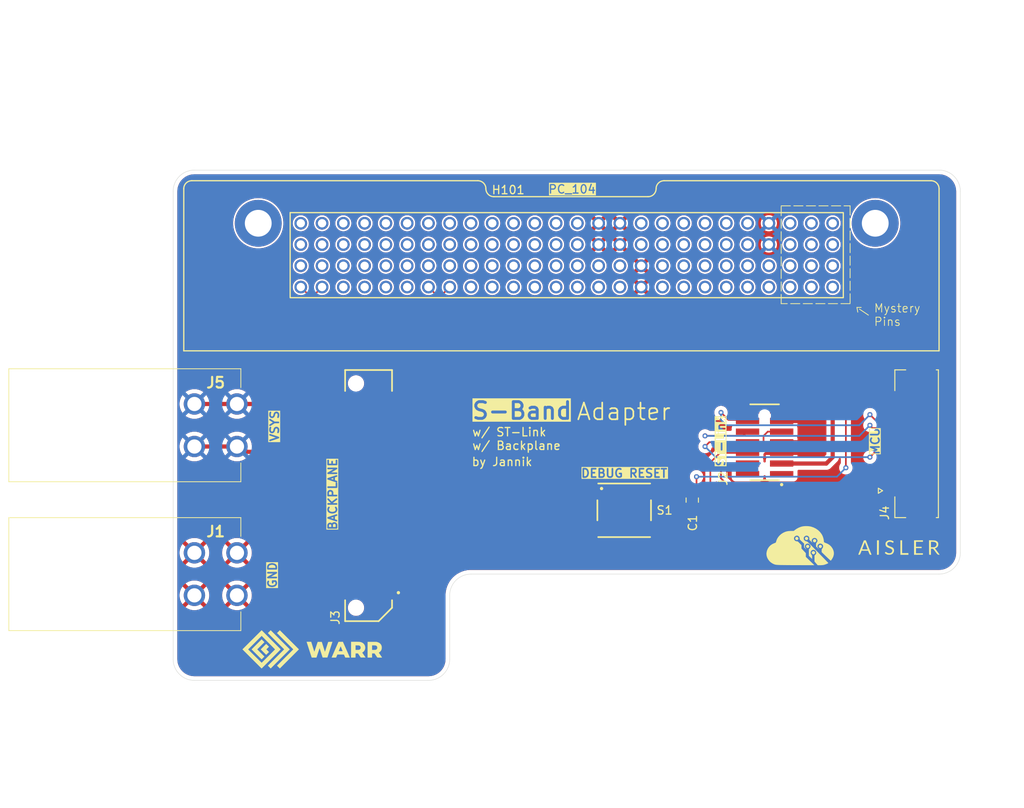
<source format=kicad_pcb>
(kicad_pcb (version 20241229) (generator "pcbnew") (generator_version "9.0")
  (layers (0 "F.Cu" signal) (2 "B.Cu" signal) (13 "F.Paste" user) (15 "B.Paste" user) (5 "F.SilkS" user "F.Silkscreen") (7 "B.SilkS" user "B.Silkscreen") (1 "F.Mask" user) (3 "B.Mask" user) (25 "Edge.Cuts" user))
  (net 0 "")
  (net 1 "GND")
  (net 3 "/JTAG_NRST")
  (net 4 "/JTAG_TMS")
  (net 5 "/JTAG_CLK")
  (net 6 "/JTAG_DI")
  (net 7 "/JTAG_DO")
  (net 9 "+3.3V")
  (net 11 "/CAN_A_N")
  (net 13 "VBUS")
  (net 15 "/CAN_A_P")
  (net 38 "/DEBUG_Reset")
  (net 133 "/UART_N")
  (net 134 "/UART_P")
  (footprint "KiCad:CT3151SP2" (layer "F.Cu") (at 157.62 101.83)
    (property "Reference" "J1" (at 2.54 -7.62 0) (layer "F.SilkS") (effects (font (size 1.27 1.27) (thickness 0.254))))
    (property "Value" "CT3151SP-2" (hide yes))
    (pad "1" thru_hole circle (at 0 0) (size 2.55 2.55) (drill 1.7) (layers "*.Cu" "*.Mask") (net 1 "GND"))
    (pad "2" thru_hole circle (at 5.08 0) (size 2.55 2.55) (drill 1.7) (layers "*.Cu" "*.Mask") (net 1 "GND"))
    (pad "3" thru_hole circle (at 5.08 -5.08) (size 2.55 2.55) (drill 1.7) (layers "*.Cu" "*.Mask") (net 1 "GND"))
    (pad "4" thru_hole circle (at 0 -5.08) (size 2.55 2.55) (drill 1.7) (layers "*.Cu" "*.Mask") (net 1 "GND"))
  )
  (footprint "532611071:MOLEX_532611071" (layer "F.Cu") (at 243.84 83.719 90)
    (property "Reference" "J4" (at -8.255 -3.81 90) (layer "F.SilkS"))
    (property "Value" "532611071" (hide yes))
    (pad "1" smd rect (at -5.625 -2.4 90) (size 0.8 1.6) (layers "F.Cu" "F.Paste") (net 5 "/JTAG_CLK"))
    (pad "2" smd rect (at -4.375 -2.4 90) (size 0.8 1.6) (layers "F.Cu" "F.Paste") (net 1 "GND"))
    (pad "3" smd rect (at -3.125 -2.4 90) (size 0.8 1.6) (layers "F.Cu" "F.Paste") (net 4 "/JTAG_TMS"))
    (pad "4" smd rect (at -1.875 -2.4 90) (size 0.8 1.6) (layers "F.Cu" "F.Paste") (net 1 "GND"))
    (pad "5" smd rect (at -0.625 -2.4 90) (size 0.8 1.6) (layers "F.Cu" "F.Paste") (net 7 "/JTAG_DO"))
    (pad "6" smd rect (at 0.625 -2.4 90) (size 0.8 1.6) (layers "F.Cu" "F.Paste") (net 1 "GND"))
    (pad "7" smd rect (at 1.875 -2.4 90) (size 0.8 1.6) (layers "F.Cu" "F.Paste") (net 6 "/JTAG_DI"))
    (pad "8" smd rect (at 3.125 -2.4 90) (size 0.8 1.6) (layers "F.Cu" "F.Paste") (net 3 "/JTAG_NRST"))
    (pad "9" smd rect (at 4.375 -2.4 90) (size 0.8 1.6) (layers "F.Cu" "F.Paste") (net 38 "/DEBUG_Reset"))
    (pad "10" smd rect (at 5.625 -2.4 90) (size 0.8 1.6) (layers "F.Cu" "F.Paste") (net 9 "+3.3V"))
    (pad "S1" smd rect (at -8.175 0.5 90) (size 2.1 3) (layers "F.Cu" "F.Paste") (net 1 "GND"))
    (pad "S2" smd rect (at 8.175 0.5 90) (size 2.1 3) (layers "F.Cu" "F.Paste") (net 1 "GND"))
  )
  (footprint "KiCad:CT3151SP2" (layer "F.Cu") (at 157.62 84.05)
    (property "Reference" "J5" (at 2.54 -7.62 0) (layer "F.SilkS") (effects (font (size 1.27 1.27) (thickness 0.254))))
    (property "Value" "CT3151SP-2" (hide yes))
    (pad "1" thru_hole circle (at 0 0) (size 2.55 2.55) (drill 1.7) (layers "*.Cu" "*.Mask") (net 13 "VBUS"))
    (pad "2" thru_hole circle (at 5.08 0) (size 2.55 2.55) (drill 1.7) (layers "*.Cu" "*.Mask") (net 13 "VBUS"))
    (pad "3" thru_hole circle (at 5.08 -5.08) (size 2.55 2.55) (drill 1.7) (layers "*.Cu" "*.Mask") (net 13 "VBUS"))
    (pad "4" thru_hole circle (at 0 -5.08) (size 2.55 2.55) (drill 1.7) (layers "*.Cu" "*.Mask") (net 13 "VBUS"))
  )
  (footprint "FTSH-107-01-L-DV-K-A:SAMTEC_FTSH-107-01-L-DV-K-A" (layer "F.Cu") (at 225.692 83.542 90)
    (property "Reference" "J2" (at -4.318 -4.95 90) (layer "F.SilkS"))
    (property "Value" "FTSH-107-01-L-DV-K-A" (hide yes))
    (pad "" np_thru_hole circle (at -3.175 0 90) (size 1.02 1.02) (drill 1.02) (layers "*.Cu" "*.Mask"))
    (pad "" np_thru_hole circle (at 3.175 0 90) (size 1.02 1.02) (drill 1.02) (layers "*.Cu" "*.Mask"))
    (pad "01" smd rect (at -3.81 2.035 90) (size 0.74 2.79) (layers "F.Cu" "F.Mask" "F.Paste"))
    (pad "02" smd rect (at -3.81 -2.035 90) (size 0.74 2.79) (layers "F.Cu" "F.Mask" "F.Paste"))
    (pad "03" smd rect (at -2.54 2.035 90) (size 0.74 2.79) (layers "F.Cu" "F.Mask" "F.Paste") (net 9 "+3.3V"))
    (pad "04" smd rect (at -2.54 -2.035 90) (size 0.74 2.79) (layers "F.Cu" "F.Mask" "F.Paste") (net 4 "/JTAG_TMS"))
    (pad "05" smd rect (at -1.27 2.035 90) (size 0.74 2.79) (layers "F.Cu" "F.Mask" "F.Paste") (net 1 "GND"))
    (pad "06" smd rect (at -1.27 -2.035 90) (size 0.74 2.79) (layers "F.Cu" "F.Mask" "F.Paste") (net 5 "/JTAG_CLK"))
    (pad "07" smd rect (at 0 2.035 90) (size 0.74 2.79) (layers "F.Cu" "F.Mask" "F.Paste") (net 1 "GND"))
    (pad "08" smd rect (at 0 -2.035 90) (size 0.74 2.79) (layers "F.Cu" "F.Mask" "F.Paste") (net 7 "/JTAG_DO"))
    (pad "09" smd rect (at 1.27 2.035 90) (size 0.74 2.79) (layers "F.Cu" "F.Mask" "F.Paste") (net 5 "/JTAG_CLK"))
    (pad "10" smd rect (at 1.27 -2.035 90) (size 0.74 2.79) (layers "F.Cu" "F.Mask" "F.Paste") (net 6 "/JTAG_DI"))
    (pad "11" smd rect (at 2.54 2.035 90) (size 0.74 2.79) (layers "F.Cu" "F.Mask" "F.Paste") (net 1 "GND"))
    (pad "12" smd rect (at 2.54 -2.035 90) (size 0.74 2.79) (layers "F.Cu" "F.Mask" "F.Paste") (net 3 "/JTAG_NRST"))
    (pad "13" smd rect (at 3.81 2.035 90) (size 0.74 2.79) (layers "F.Cu" "F.Mask" "F.Paste") (net 134 "/UART_P"))
    (pad "14" smd rect (at 3.81 -2.035 90) (size 0.74 2.79) (layers "F.Cu" "F.Mask" "F.Paste") (net 133 "/UART_N"))
  )
  (footprint "430152050826:430152050826" (layer "F.Cu") (at 208.928 91.67)
    (property "Reference" "S1" (at 4.826 0 0) (layer "F.SilkS"))
    (property "Value" "430152050826" (hide yes))
    (pad "1" smd rect (at -3.975 -2.25) (size 1.55 1.3) (layers "F.Cu" "F.Mask" "F.Paste") (net 38 "/DEBUG_Reset"))
    (pad "2" smd rect (at -3.975 2.25) (size 1.55 1.3) (layers "F.Cu" "F.Mask" "F.Paste") (net 1 "GND"))
    (pad "3" smd rect (at 3.975 -2.25) (size 1.55 1.3) (layers "F.Cu" "F.Mask" "F.Paste") (net 38 "/DEBUG_Reset"))
    (pad "4" smd rect (at 3.975 2.25) (size 1.55 1.3) (layers "F.Cu" "F.Mask" "F.Paste") (net 1 "GND"))
  )
  (footprint "Capacitor_SMD:C_0805_2012Metric_Pad1.18x1.45mm_HandSolder" (layer "F.Cu") (at 217.056 90.4508 -90)
    (property "Reference" "C1" (at 2.7432 -0.0508 90) (layer "F.SilkS"))
    (property "Value" "100nF" (hide yes))
    (pad "1" smd roundrect (at -1.0375 0 270) (size 1.175 1.45) (layers "F.Cu" "F.Mask" "F.Paste") (roundrect_rratio 0.212766) (net 38 "/DEBUG_Reset"))
    (pad "2" smd roundrect (at 1.0375 0 270) (size 1.175 1.45) (layers "F.Cu" "F.Mask" "F.Paste") (roundrect_rratio 0.212766) (net 1 "GND"))
  )
  (footprint "LOGO" (layer "F.Cu") (at 236.2584 95.8864)
    (property "Reference" "G***" (hide yes))
    (property "Value" "LOGO" (hide yes))
  )
  (footprint "LOGO" (layer "F.Cu") (at 171.6916 108.2816)
    (property "Reference" "G***" (hide yes))
    (property "Value" "LOGO" (hide yes))
  )
  (footprint "ERF8-030-05.0-L-DV-TR:SAMTEC_ERF8-030-05.0-L-DV-TR" (layer "F.Cu") (at 178.412 89.912 -90)
    (property "Reference" "J3" (at 14.574 3.973 90) (layer "F.SilkS"))
    (property "Value" "ERF8-030-05.0-L-DV-TR" (hide yes))
    (pad "" np_thru_hole circle (at -13.4 1.5 270) (size 1.45 1.45) (drill 1.45) (layers "*.Cu" "*.Mask"))
    (pad "" np_thru_hole circle (at 13.4 1.5 270) (size 1.45 1.45) (drill 1.45) (layers "*.Cu" "*.Mask"))
    (pad "01" smd rect (at 11.6 -2.25 270) (size 0.5 1.1) (layers "F.Cu" "F.Mask" "F.Paste") (net 15 "/CAN_A_P"))
    (pad "02" smd rect (at 11.6 2.25 270) (size 0.5 1.1) (layers "F.Cu" "F.Mask" "F.Paste"))
    (pad "03" smd rect (at 10.8 -2.25 270) (size 0.5 1.1) (layers "F.Cu" "F.Mask" "F.Paste") (net 11 "/CAN_A_N"))
    (pad "04" smd rect (at 10.8 2.25 270) (size 0.5 1.1) (layers "F.Cu" "F.Mask" "F.Paste"))
    (pad "05" smd rect (at 10 -2.25 270) (size 0.5 1.1) (layers "F.Cu" "F.Mask" "F.Paste") (net 1 "GND"))
    (pad "06" smd rect (at 10 2.25 270) (size 0.5 1.1) (layers "F.Cu" "F.Mask" "F.Paste") (net 1 "GND"))
    (pad "07" smd rect (at 9.2 -2.25 270) (size 0.5 1.1) (layers "F.Cu" "F.Mask" "F.Paste") (net 1 "GND"))
    (pad "08" smd rect (at 9.2 2.25 270) (size 0.5 1.1) (layers "F.Cu" "F.Mask" "F.Paste"))
    (pad "09" smd rect (at 8.4 -2.25 270) (size 0.5 1.1) (layers "F.Cu" "F.Mask" "F.Paste") (net 1 "GND"))
    (pad "10" smd rect (at 8.4 2.25 270) (size 0.5 1.1) (layers "F.Cu" "F.Mask" "F.Paste"))
    (pad "11" smd rect (at 7.6 -2.25 270) (size 0.5 1.1) (layers "F.Cu" "F.Mask" "F.Paste") (net 1 "GND"))
    (pad "12" smd rect (at 7.6 2.25 270) (size 0.5 1.1) (layers "F.Cu" "F.Mask" "F.Paste") (net 1 "GND"))
    (pad "13" smd rect (at 6.8 -2.25 270) (size 0.5 1.1) (layers "F.Cu" "F.Mask" "F.Paste"))
    (pad "14" smd rect (at 6.8 2.25 270) (size 0.5 1.1) (layers "F.Cu" "F.Mask" "F.Paste"))
    (pad "15" smd rect (at 6 -2.25 270) (size 0.5 1.1) (layers "F.Cu" "F.Mask" "F.Paste"))
    (pad "16" smd rect (at 6 2.25 270) (size 0.5 1.1) (layers "F.Cu" "F.Mask" "F.Paste") (net 1 "GND"))
    (pad "17" smd rect (at 5.2 -2.25 270) (size 0.5 1.1) (layers "F.Cu" "F.Mask" "F.Paste"))
    (pad "18" smd rect (at 5.2 2.25 270) (size 0.5 1.1) (layers "F.Cu" "F.Mask" "F.Paste"))
    (pad "19" smd rect (at 4.4 -2.25 270) (size 0.5 1.1) (layers "F.Cu" "F.Mask" "F.Paste"))
    (pad "20" smd rect (at 4.4 2.25 270) (size 0.5 1.1) (layers "F.Cu" "F.Mask" "F.Paste"))
    (pad "21" smd rect (at 3.6 -2.25 270) (size 0.5 1.1) (layers "F.Cu" "F.Mask" "F.Paste"))
    (pad "22" smd rect (at 3.6 2.25 270) (size 0.5 1.1) (layers "F.Cu" "F.Mask" "F.Paste"))
    (pad "23" smd rect (at 2.8 -2.25 270) (size 0.5 1.1) (layers "F.Cu" "F.Mask" "F.Paste"))
    (pad "24" smd rect (at 2.8 2.25 270) (size 0.5 1.1) (layers "F.Cu" "F.Mask" "F.Paste"))
    (pad "25" smd rect (at 2 -2.25 270) (size 0.5 1.1) (layers "F.Cu" "F.Mask" "F.Paste"))
    (pad "26" smd rect (at 2 2.25 270) (size 0.5 1.1) (layers "F.Cu" "F.Mask" "F.Paste"))
    (pad "27" smd rect (at 1.2 -2.25 270) (size 0.5 1.1) (layers "F.Cu" "F.Mask" "F.Paste"))
    (pad "28" smd rect (at 1.2 2.25 270) (size 0.5 1.1) (layers "F.Cu" "F.Mask" "F.Paste"))
    (pad "29" smd rect (at 0.4 -2.25 270) (size 0.5 1.1) (layers "F.Cu" "F.Mask" "F.Paste") (net 13 "VBUS"))
    (pad "30" smd rect (at 0.4 2.25 270) (size 0.5 1.1) (layers "F.Cu" "F.Mask" "F.Paste") (net 13 "VBUS"))
    (pad "31" smd rect (at -0.4 -2.25 270) (size 0.5 1.1) (layers "F.Cu" "F.Mask" "F.Paste") (net 13 "VBUS"))
    (pad "32" smd rect (at -0.4 2.25 270) (size 0.5 1.1) (layers "F.Cu" "F.Mask" "F.Paste") (net 13 "VBUS"))
    (pad "33" smd rect (at -1.2 -2.25 270) (size 0.5 1.1) (layers "F.Cu" "F.Mask" "F.Paste"))
    (pad "34" smd rect (at -1.2 2.25 270) (size 0.5 1.1) (layers "F.Cu" "F.Mask" "F.Paste"))
    (pad "35" smd rect (at -2 -2.25 270) (size 0.5 1.1) (layers "F.Cu" "F.Mask" "F.Paste"))
    (pad "36" smd rect (at -2 2.25 270) (size 0.5 1.1) (layers "F.Cu" "F.Mask" "F.Paste"))
    (pad "37" smd rect (at -2.8 -2.25 270) (size 0.5 1.1) (layers "F.Cu" "F.Mask" "F.Paste"))
    (pad "38" smd rect (at -2.8 2.25 270) (size 0.5 1.1) (layers "F.Cu" "F.Mask" "F.Paste"))
    (pad "39" smd rect (at -3.6 -2.25 270) (size 0.5 1.1) (layers "F.Cu" "F.Mask" "F.Paste"))
    (pad "40" smd rect (at -3.6 2.25 270) (size 0.5 1.1) (layers "F.Cu" "F.Mask" "F.Paste"))
    (pad "41" smd rect (at -4.4 -2.25 270) (size 0.5 1.1) (layers "F.Cu" "F.Mask" "F.Paste") (net 1 "GND"))
    (pad "42" smd rect (at -4.4 2.25 270) (size 0.5 1.1) (layers "F.Cu" "F.Mask" "F.Paste") (net 1 "GND"))
    (pad "43" smd rect (at -5.2 -2.25 270) (size 0.5 1.1) (layers "F.Cu" "F.Mask" "F.Paste") (net 1 "GND"))
    (pad "44" smd rect (at -5.2 2.25 270) (size 0.5 1.1) (layers "F.Cu" "F.Mask" "F.Paste") (net 1 "GND"))
    (pad "45" smd rect (at -6 -2.25 270) (size 0.5 1.1) (layers "F.Cu" "F.Mask" "F.Paste") (net 1 "GND"))
    (pad "46" smd rect (at -6 2.25 270) (size 0.5 1.1) (layers "F.Cu" "F.Mask" "F.Paste") (net 1 "GND"))
    (pad "47" smd rect (at -6.8 -2.25 270) (size 0.5 1.1) (layers "F.Cu" "F.Mask" "F.Paste") (net 1 "GND"))
    (pad "48" smd rect (at -6.8 2.25 270) (size 0.5 1.1) (layers "F.Cu" "F.Mask" "F.Paste") (net 1 "GND"))
    (pad "49" smd rect (at -7.6 -2.25 270) (size 0.5 1.1) (layers "F.Cu" "F.Mask" "F.Paste") (net 1 "GND"))
    (pad "50" smd rect (at -7.6 2.25 270) (size 0.5 1.1) (layers "F.Cu" "F.Mask" "F.Paste") (net 1 "GND"))
    (pad "51" smd rect (at -8.4 -2.25 270) (size 0.5 1.1) (layers "F.Cu" "F.Mask" "F.Paste") (net 1 "GND"))
    (pad "52" smd rect (at -8.4 2.25 270) (size 0.5 1.1) (layers "F.Cu" "F.Mask" "F.Paste") (net 1 "GND"))
    (pad "53" smd rect (at -9.2 -2.25 270) (size 0.5 1.1) (layers "F.Cu" "F.Mask" "F.Paste") (net 1 "GND"))
    (pad "54" smd rect (at -9.2 2.25 270) (size 0.5 1.1) (layers "F.Cu" "F.Mask" "F.Paste") (net 1 "GND"))
    (pad "55" smd rect (at -10 -2.25 270) (size 0.5 1.1) (layers "F.Cu" "F.Mask" "F.Paste") (net 1 "GND"))
    (pad "56" smd rect (at -10 2.25 270) (size 0.5 1.1) (layers "F.Cu" "F.Mask" "F.Paste") (net 1 "GND"))
    (pad "57" smd rect (at -10.8 -2.25 270) (size 0.5 1.1) (layers "F.Cu" "F.Mask" "F.Paste") (net 1 "GND"))
    (pad "58" smd rect (at -10.8 2.25 270) (size 0.5 1.1) (layers "F.Cu" "F.Mask" "F.Paste") (net 1 "GND"))
    (pad "59" smd rect (at -11.6 -2.25 270) (size 0.5 1.1) (layers "F.Cu" "F.Mask" "F.Paste"))
    (pad "60" smd rect (at -11.6 2.25 270) (size 0.5 1.1) (layers "F.Cu" "F.Mask" "F.Paste"))
  )
  (footprint "PC104-FlatSat:PC_104" (layer "F.Cu") (at 203.34 61.19)
    (property "Reference" "H101" (at -8.255 -7.79 0) (layer "F.SilkS"))
    (property "Value" "PC_104" (at -0.635 -7.874 0) (layer "F.SilkS" knockout))
    (pad "1" thru_hole circle (at -33.02 3.81) (size 1.524 1.524) (drill 1) (layers "*.Cu" "*.Mask") (net 11 "/CAN_A_N"))
    (pad "2" thru_hole circle (at -33.02 1.27) (size 1.524 1.524) (drill 1) (layers "*.Cu" "*.Mask"))
    (pad "3" thru_hole circle (at -30.48 3.81) (size 1.524 1.524) (drill 1) (layers "*.Cu" "*.Mask") (net 15 "/CAN_A_P"))
    (pad "4" thru_hole circle (at -30.48 1.27) (size 1.524 1.524) (drill 1) (layers "*.Cu" "*.Mask"))
    (pad "5" thru_hole circle (at -27.94 3.81) (size 1.524 1.524) (drill 1) (layers "*.Cu" "*.Mask"))
    (pad "6" thru_hole circle (at -27.94 1.27) (size 1.524 1.524) (drill 1) (layers "*.Cu" "*.Mask"))
    (pad "7" thru_hole circle (at -25.4 3.81) (size 1.524 1.524) (drill 1) (layers "*.Cu" "*.Mask"))
    (pad "8" thru_hole circle (at -25.4 1.27) (size 1.524 1.524) (drill 1) (layers "*.Cu" "*.Mask"))
    (pad "9" thru_hole circle (at -22.86 3.81) (size 1.524 1.524) (drill 1) (layers "*.Cu" "*.Mask"))
    (pad "10" thru_hole circle (at -22.86 1.27) (size 1.524 1.524) (drill 1) (layers "*.Cu" "*.Mask"))
    (pad "11" thru_hole circle (at -20.32 3.81) (size 1.524 1.524) (drill 1) (layers "*.Cu" "*.Mask"))
    (pad "12" thru_hole circle (at -20.32 1.27) (size 1.524 1.524) (drill 1) (layers "*.Cu" "*.Mask"))
    (pad "13" thru_hole circle (at -17.78 3.81) (size 1.524 1.524) (drill 1) (layers "*.Cu" "*.Mask") (net 133 "/UART_N"))
    (pad "14" thru_hole circle (at -17.78 1.27) (size 1.524 1.524) (drill 1) (layers "*.Cu" "*.Mask"))
    (pad "15" thru_hole circle (at -15.24 3.81) (size 1.524 1.524) (drill 1) (layers "*.Cu" "*.Mask") (net 134 "/UART_P"))
    (pad "16" thru_hole circle (at -15.24 1.27) (size 1.524 1.524) (drill 1) (layers "*.Cu" "*.Mask"))
    (pad "17" thru_hole circle (at -12.7 3.81) (size 1.524 1.524) (drill 1) (layers "*.Cu" "*.Mask"))
    (pad "18" thru_hole circle (at -12.7 1.27) (size 1.524 1.524) (drill 1) (layers "*.Cu" "*.Mask"))
    (pad "19" thru_hole circle (at -10.16 3.81) (size 1.524 1.524) (drill 1) (layers "*.Cu" "*.Mask"))
    (pad "20" thru_hole circle (at -10.16 1.27) (size 1.524 1.524) (drill 1) (layers "*.Cu" "*.Mask"))
    (pad "21" thru_hole circle (at -7.62 3.81) (size 1.524 1.524) (drill 1) (layers "*.Cu" "*.Mask"))
    (pad "22" thru_hole circle (at -7.62 1.27) (size 1.524 1.524) (drill 1) (layers "*.Cu" "*.Mask"))
    (pad "23" thru_hole circle (at -5.08 3.81) (size 1.524 1.524) (drill 1) (layers "*.Cu" "*.Mask"))
    (pad "24" thru_hole circle (at -5.08 1.27) (size 1.524 1.524) (drill 1) (layers "*.Cu" "*.Mask"))
    (pad "25" thru_hole circle (at -2.54 3.81) (size 1.524 1.524) (drill 1) (layers "*.Cu" "*.Mask"))
    (pad "26" thru_hole circle (at -2.54 1.27) (size 1.524 1.524) (drill 1) (layers "*.Cu" "*.Mask"))
    (pad "27" thru_hole circle (at 0 3.81) (size 1.524 1.524) (drill 1) (layers "*.Cu" "*.Mask"))
    (pad "28" thru_hole circle (at 0 1.27) (size 1.524 1.524) (drill 1) (layers "*.Cu" "*.Mask"))
    (pad "29" thru_hole circle (at 2.54 3.81) (size 1.524 1.524) (drill 1) (layers "*.Cu" "*.Mask"))
    (pad "30" thru_hole circle (at 2.54 1.27) (size 1.524 1.524) (drill 1) (layers "*.Cu" "*.Mask"))
    (pad "31" thru_hole circle (at 5.08 3.81) (size 1.524 1.524) (drill 1) (layers "*.Cu" "*.Mask"))
    (pad "32" thru_hole circle (at 5.08 1.27) (size 1.524 1.524) (drill 1) (layers "*.Cu" "*.Mask"))
    (pad "33" thru_hole circle (at 7.62 3.81) (size 1.524 1.524) (drill 1) (layers "*.Cu" "*.Mask") (net 1 "GND"))
    (pad "34" thru_hole circle (at 7.62 1.27) (size 1.524 1.524) (drill 1) (layers "*.Cu" "*.Mask") (net 1 "GND"))
    (pad "35" thru_hole circle (at 10.16 3.81) (size 1.524 1.524) (drill 1) (layers "*.Cu" "*.Mask"))
    (pad "36" thru_hole circle (at 10.16 1.27) (size 1.524 1.524) (drill 1) (layers "*.Cu" "*.Mask"))
    (pad "37" thru_hole circle (at 12.7 3.81) (size 1.524 1.524) (drill 1) (layers "*.Cu" "*.Mask"))
    (pad "38" thru_hole circle (at 12.7 1.27) (size 1.524 1.524) (drill 1) (layers "*.Cu" "*.Mask"))
    (pad "39" thru_hole circle (at 15.24 3.81) (size 1.524 1.524) (drill 1) (layers "*.Cu" "*.Mask"))
    (pad "40" thru_hole circle (at 15.24 1.27) (size 1.524 1.524) (drill 1) (layers "*.Cu" "*.Mask"))
    (pad "41" thru_hole circle (at 17.78 3.81) (size 1.524 1.524) (drill 1) (layers "*.Cu" "*.Mask"))
    (pad "42" thru_hole circle (at 17.78 1.27) (size 1.524 1.524) (drill 1) (layers "*.Cu" "*.Mask"))
    (pad "43" thru_hole circle (at 20.32 3.81) (size 1.524 1.524) (drill 1) (layers "*.Cu" "*.Mask"))
    (pad "44" thru_hole circle (at 20.32 1.27) (size 1.524 1.524) (drill 1) (layers "*.Cu" "*.Mask"))
    (pad "45" thru_hole circle (at 22.86 3.81) (size 1.524 1.524) (drill 1) (layers "*.Cu" "*.Mask"))
    (pad "46" thru_hole circle (at 22.86 1.27) (size 1.524 1.524) (drill 1) (layers "*.Cu" "*.Mask"))
    (pad "47" thru_hole circle (at 25.4 3.81) (size 1.524 1.524) (drill 1) (layers "*.Cu" "*.Mask"))
    (pad "48" thru_hole circle (at 25.4 1.27) (size 1.524 1.524) (drill 1) (layers "*.Cu" "*.Mask"))
    (pad "49" thru_hole circle (at 27.94 3.81) (size 1.524 1.524) (drill 1) (layers "*.Cu" "*.Mask"))
    (pad "50" thru_hole circle (at 27.94 1.27) (size 1.524 1.524) (drill 1) (layers "*.Cu" "*.Mask"))
    (pad "51" thru_hole circle (at 30.48 3.81) (size 1.524 1.524) (drill 1) (layers "*.Cu" "*.Mask"))
    (pad "52" thru_hole circle (at 30.48 1.27) (size 1.524 1.524) (drill 1) (layers "*.Cu" "*.Mask"))
    (pad "53" thru_hole circle (at -33.02 -1.27) (size 1.524 1.524) (drill 1) (layers "*.Cu" "*.Mask"))
    (pad "54" thru_hole circle (at -33.02 -3.81) (size 1.524 1.524) (drill 1) (layers "*.Cu" "*.Mask"))
    (pad "55" thru_hole circle (at -30.48 -1.27) (size 1.524 1.524) (drill 1) (layers "*.Cu" "*.Mask"))
    (pad "56" thru_hole circle (at -30.48 -3.81) (size 1.524 1.524) (drill 1) (layers "*.Cu" "*.Mask"))
    (pad "57" thru_hole circle (at -27.94 -1.27) (size 1.524 1.524) (drill 1) (layers "*.Cu" "*.Mask"))
    (pad "58" thru_hole circle (at -27.94 -3.81) (size 1.524 1.524) (drill 1) (layers "*.Cu" "*.Mask"))
    (pad "59" thru_hole circle (at -25.4 -1.27) (size 1.524 1.524) (drill 1) (layers "*.Cu" "*.Mask"))
    (pad "60" thru_hole circle (at -25.4 -3.81) (size 1.524 1.524) (drill 1) (layers "*.Cu" "*.Mask"))
    (pad "61" thru_hole circle (at -22.86 -1.27) (size 1.524 1.524) (drill 1) (layers "*.Cu" "*.Mask"))
    (pad "62" thru_hole circle (at -22.86 -3.81) (size 1.524 1.524) (drill 1) (layers "*.Cu" "*.Mask"))
    (pad "63" thru_hole circle (at -20.32 -1.27) (size 1.524 1.524) (drill 1) (layers "*.Cu" "*.Mask"))
    (pad "64" thru_hole circle (at -20.32 -3.81) (size 1.524 1.524) (drill 1) (layers "*.Cu" "*.Mask"))
    (pad "65" thru_hole circle (at -17.78 -1.27) (size 1.524 1.524) (drill 1) (layers "*.Cu" "*.Mask"))
    (pad "66" thru_hole circle (at -17.78 -3.81) (size 1.524 1.524) (drill 1) (layers "*.Cu" "*.Mask"))
    (pad "67" thru_hole circle (at -15.24 -1.27) (size 1.524 1.524) (drill 1) (layers "*.Cu" "*.Mask"))
    (pad "68" thru_hole circle (at -15.24 -3.81) (size 1.524 1.524) (drill 1) (layers "*.Cu" "*.Mask"))
    (pad "69" thru_hole circle (at -12.7 -1.27) (size 1.524 1.524) (drill 1) (layers "*.Cu" "*.Mask"))
    (pad "70" thru_hole circle (at -12.7 -3.81) (size 1.524 1.524) (drill 1) (layers "*.Cu" "*.Mask"))
    (pad "71" thru_hole circle (at -10.16 -1.27) (size 1.524 1.524) (drill 1) (layers "*.Cu" "*.Mask"))
    (pad "72" thru_hole circle (at -10.16 -3.81) (size 1.524 1.524) (drill 1) (layers "*.Cu" "*.Mask"))
    (pad "73" thru_hole circle (at -7.62 -1.27) (size 1.524 1.524) (drill 1) (layers "*.Cu" "*.Mask"))
    (pad "74" thru_hole circle (at -7.62 -3.81) (size 1.524 1.524) (drill 1) (layers "*.Cu" "*.Mask"))
    (pad "75" thru_hole circle (at -5.08 -1.27) (size 1.524 1.524) (drill 1) (layers "*.Cu" "*.Mask"))
    (pad "76" thru_hole circle (at -5.08 -3.81) (size 1.524 1.524) (drill 1) (layers "*.Cu" "*.Mask"))
    (pad "77" thru_hole circle (at -2.54 -1.27) (size 1.524 1.524) (drill 1) (layers "*.Cu" "*.Mask"))
    (pad "78" thru_hole circle (at -2.54 -3.81) (size 1.524 1.524) (drill 1) (layers "*.Cu" "*.Mask"))
    (pad "79" thru_hole circle (at 0 -1.27) (size 1.524 1.524) (drill 1) (layers "*.Cu" "*.Mask"))
    (pad "80" thru_hole circle (at 0 -3.81) (size 1.524 1.524) (drill 1) (layers "*.Cu" "*.Mask"))
    (pad "81" thru_hole circle (at 2.54 -1.27) (size 1.524 1.524) (drill 1) (layers "*.Cu" "*.Mask") (net 1 "GND"))
    (pad "82" thru_hole circle (at 2.54 -3.81) (size 1.524 1.524) (drill 1) (layers "*.Cu" "*.Mask") (net 1 "GND"))
    (pad "83" thru_hole circle (at 5.08 -1.27) (size 1.524 1.524) (drill 1) (layers "*.Cu" "*.Mask") (net 1 "GND"))
    (pad "84" thru_hole circle (at 5.08 -3.81) (size 1.524 1.524) (drill 1) (layers "*.Cu" "*.Mask") (net 1 "GND"))
    (pad "85" thru_hole circle (at 7.62 -1.27) (size 1.524 1.524) (drill 1) (layers "*.Cu" "*.Mask"))
    (pad "86" thru_hole circle (at 7.62 -3.81) (size 1.524 1.524) (drill 1) (layers "*.Cu" "*.Mask"))
    (pad "87" thru_hole circle (at 10.16 -1.27) (size 1.524 1.524) (drill 1) (layers "*.Cu" "*.Mask"))
    (pad "88" thru_hole circle (at 10.16 -3.81) (size 1.524 1.524) (drill 1) (layers "*.Cu" "*.Mask"))
    (pad "89" thru_hole circle (at 12.7 -1.27) (size 1.524 1.524) (drill 1) (layers "*.Cu" "*.Mask"))
    (pad "90" thru_hole circle (at 12.7 -3.81) (size 1.524 1.524) (drill 1) (layers "*.Cu" "*.Mask"))
    (pad "91" thru_hole circle (at 15.24 -1.27) (size 1.524 1.524) (drill 1) (layers "*.Cu" "*.Mask"))
    (pad "92" thru_hole circle (at 15.24 -3.81) (size 1.524 1.524) (drill 1) (layers "*.Cu" "*.Mask"))
    (pad "93" thru_hole circle (at 17.78 -1.27) (size 1.524 1.524) (drill 1) (layers "*.Cu" "*.Mask"))
    (pad "94" thru_hole circle (at 17.78 -3.81) (size 1.524 1.524) (drill 1) (layers "*.Cu" "*.Mask"))
    (pad "95" thru_hole circle (at 20.32 -1.27) (size 1.524 1.524) (drill 1) (layers "*.Cu" "*.Mask"))
    (pad "96" thru_hole circle (at 20.32 -3.81) (size 1.524 1.524) (drill 1) (layers "*.Cu" "*.Mask"))
    (pad "97" thru_hole circle (at 22.86 -1.27) (size 1.524 1.524) (drill 1) (layers "*.Cu" "*.Mask") (net 13 "VBUS"))
    (pad "98" thru_hole circle (at 22.86 -3.81) (size 1.524 1.524) (drill 1) (layers "*.Cu" "*.Mask") (net 13 "VBUS"))
    (pad "99" thru_hole circle (at 25.4 -1.27) (size 1.524 1.524) (drill 1) (layers "*.Cu" "*.Mask"))
    (pad "100" thru_hole circle (at 25.4 -3.81) (size 1.524 1.524) (drill 1) (layers "*.Cu" "*.Mask"))
    (pad "101" thru_hole circle (at 27.94 -1.27) (size 1.524 1.524) (drill 1) (layers "*.Cu" "*.Mask"))
    (pad "102" thru_hole circle (at 27.94 -3.81) (size 1.524 1.524) (drill 1) (layers "*.Cu" "*.Mask"))
    (pad "103" thru_hole circle (at 30.48 -1.27) (size 1.524 1.524) (drill 1) (layers "*.Cu" "*.Mask"))
    (pad "104" thru_hole circle (at 30.48 -3.81) (size 1.524 1.524) (drill 1) (layers "*.Cu" "*.Mask"))
    (pad "105" thru_hole circle (at -38.1 -3.81) (size 5.6 5.6) (drill 3.2) (layers "*.Cu" "*.Mask"))
    (pad "106" thru_hole circle (at 35.56 -3.81) (size 5.6 5.6) (drill 3.2) (layers "*.Cu" "*.Mask"))
  )
  (gr_rect (start 227.6732 55.2972) (end 235.9028 66.9812) (stroke (width 0.1) (type dash)) (fill no) (layer "F.SilkS"))
  (gr_line (start 236.7156 67.4384) (end 237.2236 67.4384) (stroke (width 0.1)) (layer "F.SilkS"))
  (gr_line (start 236.8172 67.9972) (end 236.7156 67.4384) (stroke (width 0.1)) (layer "F.SilkS"))
  (gr_line (start 237.0204 67.6416) (end 238.0872 68.3528) (stroke (width 0.1)) (layer "F.SilkS"))
  (gr_arc (start 155.08 53.57) (mid 155.823949 51.773949) (end 157.62 51.03) (stroke (width 0.05)) (layer "Edge.Cuts"))
  (gr_line (start 155.08 109.45) (end 155.08 53.57) (stroke (width 0.05)) (layer "Edge.Cuts"))
  (gr_line (start 157.62 51.03) (end 246.52 51.03) (stroke (width 0.05)) (layer "Edge.Cuts"))
  (gr_arc (start 157.62 111.99) (mid 155.823949 111.246051) (end 155.08 109.45) (stroke (width 0.05)) (layer "Edge.Cuts"))
  (gr_line (start 185.56 111.99) (end 157.62 111.99) (stroke (width 0.05)) (layer "Edge.Cuts"))
  (gr_arc (start 188.1 101.83) (mid 188.843949 100.033949) (end 190.64 99.29) (stroke (width 0.05)) (layer "Edge.Cuts"))
  (gr_arc (start 188.1 109.45) (mid 187.356051 111.246051) (end 185.56 111.99) (stroke (width 0.05)) (layer "Edge.Cuts"))
  (gr_line (start 188.1 109.45) (end 188.1 101.83) (stroke (width 0.05)) (layer "Edge.Cuts"))
  (gr_line (start 190.64 99.29) (end 246.52 99.29) (stroke (width 0.05)) (layer "Edge.Cuts"))
  (gr_arc (start 246.52 51.03) (mid 248.316051 51.773949) (end 249.06 53.57) (stroke (width 0.05)) (layer "Edge.Cuts"))
  (gr_line (start 249.06 53.57) (end 249.06 96.75) (stroke (width 0.05)) (layer "Edge.Cuts"))
  (gr_arc (start 249.06 96.75) (mid 248.316051 98.546051) (end 246.52 99.29) (stroke (width 0.05)) (layer "Edge.Cuts"))
  (gr_text "Mystery\nPins" (at 238.6968 69.7244 0) (layer "F.SilkS") (effects (font (size 1 1) (thickness 0.1)) (justify left bottom)))
  (gr_text "by Jannik" (at 194.3484 85.8788 0) (layer "F.SilkS") (effects (font (size 1 1))))
  (gr_text "w/ ST-Link" (at 195.212 82.3228 0) (layer "F.SilkS") (effects (font (size 1 1))))
  (gr_text "w/ Backplane" (at 196.0756 83.9484 0) (layer "F.SilkS") (effects (font (size 1 1))))
  (gr_text "DEBUG RESET" (at 208.928 87.2504 0) (layer "F.SilkS" knockout) (effects (font (size 1 1) (thickness 0.2) (bold yes))))
  (gr_text "GND" (at 167.526 101.068 90) (layer "F.SilkS" knockout) (effects (font (size 1 1) (thickness 0.2) (bold yes)) (justify left bottom)))
  (gr_text "VSYS\n" (at 167.78 83.542 90) (layer "F.SilkS" knockout) (effects (font (size 1 1) (thickness 0.2) (bold yes)) (justify left bottom)))
  (gr_text "BACKPLANE" (at 174.13 89.765 90) (layer "F.SilkS" knockout) (effects (font (size 1 1) (thickness 0.2) (bold yes))))
  (gr_text "ST-Link" (at 220.485 83.415 90) (layer "F.SilkS" knockout) (effects (font (size 1 1) (thickness 0.2) (bold yes))))
  (gr_text "MCU" (at 238.9 83.415 90) (layer "F.SilkS" knockout) (effects (font (size 1 1) (thickness 0.2) (bold yes))))
  (gr_text "Adapter" (at 208.8772 79.8844 0) (layer "F.SilkS") (effects (font (size 2 2) (thickness 0.2))))
  (gr_text "S-Band" (at 196.736 79.7828 0) (layer "F.SilkS" knockout) (effects (font (size 2 2) (thickness 0.35) (bold yes))))
  (segment (start 174.143 99.912) (end 174.13 99.925) (width 0.35) (layer "F.Cu") (net 1))
  (segment (start 176.162 99.912) (end 174.143 99.912) (width 0.35) (layer "F.Cu") (net 1))
  (segment (start 176.289 97.385) (end 177.94 97.385) (width 0.35) (layer "F.Cu") (net 1))
  (segment (start 176.035 97.385) (end 174.13 97.385) (width 0.35) (layer "F.Cu") (net 1))
  (segment (start 177.927 99.912) (end 177.94 99.925) (width 0.35) (layer "F.Cu") (net 1))
  (segment (start 176.162 95.912) (end 174.13 95.912) (width 0.35) (layer "F.Cu") (net 1))
  (segment (start 176.162 99.912) (end 177.927 99.912) (width 0.35) (layer "F.Cu") (net 1))
  (segment (start 176.162 95.912) (end 177.94 95.912) (width 0.35) (layer "F.Cu") (net 1))
  (segment (start 176.162 97.512) (end 176.289 97.385) (width 0.35) (layer "F.Cu") (net 1))
  (segment (start 176.162 97.512) (end 176.035 97.385) (width 0.35) (layer "F.Cu") (net 1))
  (segment (start 223.53 80.875) (end 223.657 81.002) (width 0.2) (layer "F.Cu") (net 3))
  (segment (start 220.485 79.986) (end 221.374 80.875) (width 0.2) (layer "F.Cu") (net 3))
  (segment (start 241.159 80.875) (end 241.44 80.594) (width 0.2) (layer "F.Cu") (net 3))
  (segment (start 238.9 80.875) (end 241.159 80.875) (width 0.2) (layer "F.Cu") (net 3))
  (segment (start 221.374 80.875) (end 223.53 80.875) (width 0.2) (layer "F.Cu") (net 3))
  (segment (start 238.265 80.24) (end 238.9 80.875) (width 0.2) (layer "F.Cu") (net 3))
  (via (at 220.485 79.986) (size 0.6) (drill 0.3) (layers "F.Cu" "B.Cu") (net 3))
  (via (at 238.265 80.24) (size 0.6) (drill 0.3) (layers "F.Cu" "B.Cu") (net 3))
  (segment (start 221.12 81.51) (end 236.995 81.51) (width 0.2) (layer "B.Cu") (net 3))
  (segment (start 220.485 80.875) (end 221.12 81.51) (width 0.2) (layer "B.Cu") (net 3))
  (segment (start 220.485 79.986) (end 220.485 80.875) (width 0.2) (layer "B.Cu") (net 3))
  (segment (start 236.995 81.51) (end 238.265 80.24) (width 0.2) (layer "B.Cu") (net 3))
  (segment (start 236.36 89.13) (end 221.755 89.13) (width 0.2) (layer "F.Cu") (net 4))
  (segment (start 236.995 88.495) (end 236.36 89.13) (width 0.2) (layer "F.Cu") (net 4))
  (segment (start 237.85225 86.844) (end 236.995 87.70125) (width 0.2) (layer "F.Cu") (net 4))
  (segment (start 220.485 86.59) (end 220.993 86.082) (width 0.2) (layer "F.Cu") (net 4))
  (segment (start 241.44 86.844) (end 237.85225 86.844) (width 0.2) (layer "F.Cu") (net 4))
  (segment (start 220.485 87.86) (end 220.485 86.59) (width 0.2) (layer "F.Cu") (net 4))
  (segment (start 221.755 89.13) (end 220.485 87.86) (width 0.2) (layer "F.Cu") (net 4))
  (segment (start 220.993 86.082) (end 223.657 86.082) (width 0.2) (layer "F.Cu") (net 4))
  (segment (start 236.995 87.70125) (end 236.995 88.495) (width 0.2) (layer "F.Cu") (net 4))
  (segment (start 223.657 84.812) (end 224.803 84.812) (width 0.2) (layer "F.Cu") (net 5))
  (segment (start 225.565 82.78) (end 226.073 82.272) (width 0.2) (layer "F.Cu") (net 5))
  (segment (start 225.565 84.05) (end 225.565 82.78) (width 0.2) (layer "F.Cu") (net 5))
  (segment (start 219.215 85.955) (end 220.358 84.812) (width 0.2) (layer "F.Cu") (net 5))
  (segment (start 226.073 82.272) (end 227.727 82.272) (width 0.2) (layer "F.Cu") (net 5))
  (segment (start 219.85 91.035) (end 219.215 90.4) (width 0.2) (layer "F.Cu") (net 5))
  (segment (start 239.749 91.035) (end 219.85 91.035) (width 0.2) (layer "F.Cu") (net 5))
  (segment (start 219.215 90.4) (end 219.215 85.955) (width 0.2) (layer "F.Cu") (net 5))
  (segment (start 220.358 84.812) (end 223.657 84.812) (width 0.2) (layer "F.Cu") (net 5))
  (segment (start 224.803 84.812) (end 225.565 84.05) (width 0.2) (layer "F.Cu") (net 5))
  (segment (start 241.44 89.344) (end 239.749 91.035) (width 0.2) (layer "F.Cu") (net 5))
  (segment (start 238.265 81.51) (end 238.265 81.543) (width 0.2) (layer "F.Cu") (net 6))
  (segment (start 223.149 82.78) (end 223.657 82.272) (width 0.2) (layer "F.Cu") (net 6))
  (segment (start 238.566 81.844) (end 241.44 81.844) (width 0.2) (layer "F.Cu") (net 6))
  (segment (start 218.58 82.78) (end 223.149 82.78) (width 0.2) (layer "F.Cu") (net 6))
  (segment (start 238.265 81.543) (end 238.566 81.844) (width 0.2) (layer "F.Cu") (net 6))
  (via (at 238.265 81.51) (size 0.6) (drill 0.3) (layers "F.Cu" "B.Cu") (net 6))
  (via (at 218.58 82.78) (size 0.6) (drill 0.3) (layers "F.Cu" "B.Cu") (net 6))
  (segment (start 238.265 81.51) (end 236.995 82.78) (width 0.2) (layer "B.Cu") (net 6))
  (segment (start 236.995 82.78) (end 218.58 82.78) (width 0.2) (layer "B.Cu") (net 6))
  (segment (start 219.088 83.542) (end 223.657 83.542) (width 0.2) (layer "F.Cu") (net 7))
  (segment (start 239.241 84.344) (end 238.265 85.32) (width 0.2) (layer "F.Cu") (net 7))
  (segment (start 241.44 84.344) (end 239.241 84.344) (width 0.2) (layer "F.Cu") (net 7))
  (segment (start 218.58 84.05) (end 219.088 83.542) (width 0.2) (layer "F.Cu") (net 7))
  (via (at 238.265 85.32) (size 0.6) (drill 0.3) (layers "F.Cu" "B.Cu") (net 7))
  (via (at 218.58 84.05) (size 0.6) (drill 0.3) (layers "F.Cu" "B.Cu") (net 7))
  (segment (start 238.265 85.32) (end 219.85 85.32) (width 0.2) (layer "B.Cu") (net 7))
  (segment (start 219.85 85.32) (end 218.58 84.05) (width 0.2) (layer "B.Cu") (net 7))
  (segment (start 233.82 85.32) (end 233.058 86.082) (width 0.5) (layer "F.Cu") (net 9))
  (segment (start 233.058 86.082) (end 227.727 86.082) (width 0.5) (layer "F.Cu") (net 9))
  (segment (start 234.061 78.094) (end 233.82 78.335) (width 0.5) (layer "F.Cu") (net 9))
  (segment (start 241.44 78.094) (end 234.061 78.094) (width 0.5) (layer "F.Cu") (net 9))
  (segment (start 233.82 78.335) (end 233.82 85.32) (width 0.5) (layer "F.Cu") (net 9))
  (segment (start 181.662001 100.887) (end 181.487001 100.712) (width 0.2) (layer "F.Cu") (net 11))
  (segment (start 185.97 99.831802) (end 184.914802 100.887) (width 0.2) (layer "F.Cu") (net 11))
  (segment (start 184.196802 69.67) (end 185.97 71.443198) (width 0.2) (layer "F.Cu") (net 11))
  (segment (start 181.487001 100.712) (end 180.662 100.712) (width 0.2) (layer "F.Cu") (net 11))
  (segment (start 185.97 71.443198) (end 185.97 99.831802) (width 0.2) (layer "F.Cu") (net 11))
  (segment (start 173.401802 69.67) (end 184.196802 69.67) (width 0.2) (layer "F.Cu") (net 11))
  (segment (start 184.914802 100.887) (end 181.662001 100.887) (width 0.2) (layer "F.Cu") (net 11))
  (segment (start 171.364999 66.044999) (end 171.364999 67.633197) (width 0.2) (layer "F.Cu") (net 11))
  (segment (start 171.364999 67.633197) (end 173.401802 69.67) (width 0.2) (layer "F.Cu") (net 11))
  (segment (start 170.32 65) (end 171.364999 66.044999) (width 0.2) (layer "F.Cu") (net 11))
  (segment (start 162.7 78.97) (end 157.62 78.97) (width 0.5) (layer "F.Cu") (net 13))
  (segment (start 174.677 90.312) (end 176.162 90.312) (width 0.5) (layer "F.Cu") (net 13))
  (segment (start 172.225 87.606) (end 172.86 87.606) (width 0.5) (layer "F.Cu") (net 13))
  (segment (start 170.32 78.97) (end 162.7 78.97) (width 0.5) (layer "F.Cu") (net 13))
  (segment (start 169.05 84.685) (end 163.335 84.685) (width 0.5) (layer "F.Cu") (net 13))
  (segment (start 172.225 87.86) (end 174.677 90.312) (width 0.5) (layer "F.Cu") (net 13))
  (segment (start 176.162 90.312) (end 180.662 90.312) (width 0.5) (layer "F.Cu") (net 13))
  (segment (start 173.368 87.606) (end 175.274 89.512) (width 0.5) (layer "F.Cu") (net 13))
  (segment (start 163.335 84.685) (end 162.7 84.05) (width 0.5) (layer "F.Cu") (net 13))
  (segment (start 172.225 87.606) (end 173.368 87.606) (width 0.5) (layer "F.Cu") (net 13))
  (segment (start 172.225 80.875) (end 170.32 78.97) (width 0.5) (layer "F.Cu") (net 13))
  (segment (start 172.86 87.606) (end 172.225 86.971) (width 0.5) (layer "F.Cu") (net 13))
  (segment (start 172.225 86.971) (end 172.225 80.875) (width 0.5) (layer "F.Cu") (net 13))
  (segment (start 157.62 84.05) (end 162.7 84.05) (width 0.5) (layer "F.Cu") (net 13))
  (segment (start 172.225 87.86) (end 172.225 87.606) (width 0.5) (layer "F.Cu") (net 13))
  (segment (start 175.274 89.512) (end 176.162 89.512) (width 0.5) (layer "F.Cu") (net 13))
  (segment (start 172.225 87.86) (end 169.05 84.685) (width 0.5) (layer "F.Cu") (net 13))
  (segment (start 176.162 89.512) (end 180.662 89.512) (width 0.5) (layer "F.Cu") (net 13))
  (segment (start 181.662001 101.337) (end 181.487001 101.512) (width 0.2) (layer "F.Cu") (net 15))
  (segment (start 186.42 100.018198) (end 185.101198 101.337) (width 0.2) (layer "F.Cu") (net 15))
  (segment (start 171.815001 66.044999) (end 171.815001 67.446803) (width 0.2) (layer "F.Cu") (net 15))
  (segment (start 186.42 71.256802) (end 186.42 100.018198) (width 0.2) (layer "F.Cu") (net 15))
  (segment (start 171.815001 67.446803) (end 173.588198 69.22) (width 0.2) (layer "F.Cu") (net 15))
  (segment (start 184.383198 69.22) (end 186.42 71.256802) (width 0.2) (layer "F.Cu") (net 15))
  (segment (start 181.487001 101.512) (end 180.662 101.512) (width 0.2) (layer "F.Cu") (net 15))
  (segment (start 173.588198 69.22) (end 184.383198 69.22) (width 0.2) (layer "F.Cu") (net 15))
  (segment (start 185.101198 101.337) (end 181.662001 101.337) (width 0.2) (layer "F.Cu") (net 15))
  (segment (start 172.86 65) (end 171.815001 66.044999) (width 0.2) (layer "F.Cu") (net 15))
  (segment (start 236.2908 79.344) (end 241.44 79.344) (width 0.2) (layer "F.Cu") (net 38))
  (segment (start 217.564 88.9053) (end 217.564 87.6568) (width 0.2) (layer "F.Cu") (net 38))
  (segment (start 204.953 89.42) (end 212.903 89.42) (width 0.2) (layer "F.Cu") (net 38))
  (segment (start 217.056 89.4133) (end 217.564 88.9053) (width 0.2) (layer "F.Cu") (net 38))
  (segment (start 235.3948 86.59) (end 235.3948 80.24) (width 0.2) (layer "F.Cu") (net 38))
  (segment (start 217.0493 89.42) (end 217.056 89.4133) (width 0.2) (layer "F.Cu") (net 38))
  (segment (start 235.3948 80.24) (end 236.2908 79.344) (width 0.2) (layer "F.Cu") (net 38))
  (segment (start 212.903 89.42) (end 217.0493 89.42) (width 0.2) (layer "F.Cu") (net 38))
  (via (at 217.564 87.6568) (size 0.6) (drill 0.3) (layers "F.Cu" "B.Cu") (net 38))
  (via (at 235.3948 86.59) (size 0.6) (drill 0.3) (layers "F.Cu" "B.Cu") (net 38))
  (segment (start 217.564 87.6568) (end 234.328 87.6568) (width 0.2) (layer "B.Cu") (net 38))
  (segment (start 234.328 87.6568) (end 235.3948 86.59) (width 0.2) (layer "B.Cu") (net 38))
  (segment (start 186.604999 68.903197) (end 192.451802 74.75) (width 0.2) (layer "F.Cu") (net 133))
  (segment (start 192.451802 74.75) (end 222.108603 74.75) (width 0.2) (layer "F.Cu") (net 133))
  (segment (start 186.604999 66.044999) (end 186.604999 68.903197) (width 0.2) (layer "F.Cu") (net 133))
  (segment (start 222.108603 74.75) (end 223.657 76.298397) (width 0.2) (layer "F.Cu") (net 133))
  (segment (start 223.657 76.298397) (end 223.657 79.732) (width 0.2) (layer "F.Cu") (net 133))
  (segment (start 185.56 65) (end 186.604999 66.044999) (width 0.2) (layer "F.Cu") (net 133))
  (segment (start 188.1 65) (end 187.055001 66.044999) (width 0.2) (layer "F.Cu") (net 134))
  (segment (start 222.295 74.3) (end 227.727 79.732) (width 0.2) (layer "F.Cu") (net 134))
  (segment (start 192.638198 74.3) (end 222.295 74.3) (width 0.2) (layer "F.Cu") (net 134))
  (segment (start 187.055001 68.716803) (end 192.638198 74.3) (width 0.2) (layer "F.Cu") (net 134))
  (segment (start 187.055001 66.044999) (end 187.055001 68.716803) (width 0.2) (layer "F.Cu") (net 134))
  (zone (net 1) (net_name "GND") (layer "F.Cu") (connect_pads (clearance 0.5)) (min_thickness 0.25) (fill yes (thermal_gap 0.5) (thermal_bridge_width 0.5))
    (polygon (pts (xy 150 35.79) (xy 251.6 35.79) (xy 251.6 122.15) (xy 150 122.15)))
  )
  (zone (net 13) (net_name "VBUS") (layer "B.Cu") (priority 1) (connect_pads (clearance 0.5)) (min_thickness 0.25) (fill yes (thermal_gap 0.5) (thermal_bridge_width 0.5))
    (polygon (pts (xy 144.92 30.71) (xy 256.68 30.71) (xy 256.68 127.23) (xy 144.92 127.23)))
  )
)
</source>
